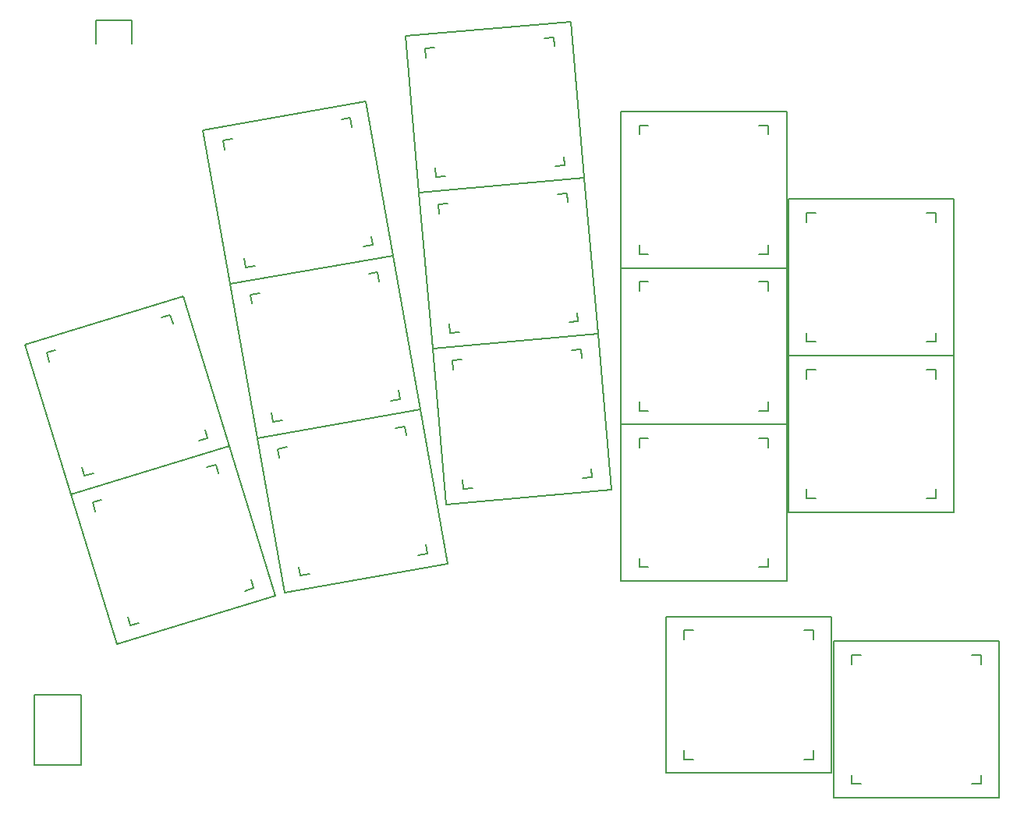
<source format=gbr>
%TF.GenerationSoftware,KiCad,Pcbnew,(6.0.4)*%
%TF.CreationDate,2022-07-21T23:48:58+02:00*%
%TF.ProjectId,wizza,77697a7a-612e-46b6-9963-61645f706362,v1.0.0*%
%TF.SameCoordinates,Original*%
%TF.FileFunction,OtherDrawing,Comment*%
%FSLAX46Y46*%
G04 Gerber Fmt 4.6, Leading zero omitted, Abs format (unit mm)*
G04 Created by KiCad (PCBNEW (6.0.4)) date 2022-07-21 23:48:58*
%MOMM*%
%LPD*%
G01*
G04 APERTURE LIST*
%ADD10C,0.150000*%
G04 APERTURE END LIST*
D10*
%TO.C,S11*%
X61047831Y111553098D02*
X78774369Y114678766D01*
X78511494Y98893302D02*
X79496302Y99066950D01*
X64262726Y110596832D02*
X63277918Y110423184D01*
X81726389Y97937035D02*
X63999851Y94811367D01*
X77065226Y112854258D02*
X77238875Y111869450D01*
X77065226Y112854258D02*
X76080419Y112680609D01*
X65708993Y96635875D02*
X66693801Y96809524D01*
X77065227Y112854259D02*
X77238875Y111869451D01*
X63451567Y109438375D02*
X63277919Y110423183D01*
X78774369Y114678766D02*
X81726389Y97937035D01*
X78774370Y114678766D02*
X81726389Y97937035D01*
X61047831Y111553099D02*
X78774370Y114678766D01*
X77065227Y112854259D02*
X76080419Y112680610D01*
X64262727Y110596830D02*
X63277919Y110423183D01*
X79322653Y100051758D02*
X79496302Y99066950D01*
X79322654Y100051757D02*
X79496302Y99066950D01*
X63999850Y94811368D02*
X61047831Y111553099D01*
X63451567Y109438376D02*
X63277918Y110423184D01*
X78511494Y98893302D02*
X79496302Y99066950D01*
X65708994Y96635875D02*
X66693801Y96809523D01*
X65708994Y96635875D02*
X65535345Y97620683D01*
X81726389Y97937035D02*
X63999850Y94811368D01*
X65708993Y96635875D02*
X65535345Y97620683D01*
X63999851Y94811367D02*
X61047831Y111553098D01*
%TO.C,S15*%
X87858371Y89530713D02*
X88854565Y89617869D01*
X87858370Y89530714D02*
X88854565Y89617870D01*
X100808901Y90663739D02*
X101805096Y90750894D01*
X102446570Y106366224D02*
X103928219Y89430914D01*
X86725346Y102481244D02*
X86638190Y103477439D01*
X102446571Y106366224D02*
X103928219Y89430914D01*
X87858371Y89530713D02*
X87771215Y90526909D01*
X84515067Y104797419D02*
X102446570Y106366224D01*
X87858370Y89530714D02*
X87771215Y90526909D01*
X100584916Y104697620D02*
X99588721Y104610464D01*
X85996715Y87862110D02*
X84515067Y104797420D01*
X87634385Y103564593D02*
X86638190Y103477439D01*
X101717940Y91747089D02*
X101805096Y90750894D01*
X100584915Y104697620D02*
X99588721Y104610463D01*
X85996716Y87862109D02*
X84515067Y104797419D01*
X100808901Y90663739D02*
X101805096Y90750894D01*
X103928219Y89430914D02*
X85996715Y87862110D01*
X84515067Y104797420D02*
X102446571Y106366224D01*
X86725346Y102481245D02*
X86638190Y103477440D01*
X103928219Y89430914D02*
X85996716Y87862109D01*
X100584915Y104697620D02*
X100672072Y103701424D01*
X101717940Y91747088D02*
X101805096Y90750894D01*
X87634385Y103564595D02*
X86638190Y103477440D01*
X100584916Y104697620D02*
X100672071Y103701425D01*
%TO.C,S21*%
X121424791Y81077254D02*
X122424791Y81077254D01*
X124424790Y96577254D02*
X124424791Y79577254D01*
X109424791Y95077254D02*
X108424791Y95077254D01*
X108424791Y94077253D02*
X108424791Y95077253D01*
X106424792Y79577253D02*
X106424791Y96577253D01*
X106424791Y96577254D02*
X124424791Y96577254D01*
X121424791Y81077254D02*
X122424791Y81077254D01*
X122424790Y95077254D02*
X121424791Y95077253D01*
X122424791Y82077254D02*
X122424791Y81077254D01*
X122424791Y95077254D02*
X121424791Y95077254D01*
X124424791Y79577254D02*
X106424792Y79577253D01*
X109424791Y95077252D02*
X108424791Y95077253D01*
X106424791Y79577254D02*
X106424791Y96577254D01*
X108424791Y94077254D02*
X108424791Y95077254D01*
X122424790Y95077254D02*
X122424791Y94077253D01*
X122424791Y95077254D02*
X122424791Y94077254D01*
X108424792Y81077253D02*
X109424791Y81077253D01*
X108424791Y81077254D02*
X108424791Y82077254D01*
X122424791Y82077253D02*
X122424791Y81077254D01*
X124424791Y96577254D02*
X124424791Y79577254D01*
X108424792Y81077253D02*
X108424791Y82077254D01*
X124424791Y79577254D02*
X106424791Y79577254D01*
X106424791Y96577253D02*
X124424790Y96577254D01*
X108424791Y81077254D02*
X109424791Y81077254D01*
%TO.C,T1*%
X53339406Y123458838D02*
X53339406Y120958838D01*
X49439406Y120958838D02*
X49439406Y123458838D01*
X49439406Y123458838D02*
X53339406Y123458838D01*
%TO.C,T2*%
X53339406Y123458838D02*
X53339406Y120958838D01*
X49439406Y123458838D02*
X53339406Y123458838D01*
X49439406Y120958838D02*
X49439406Y123458838D01*
%TO.C,S29*%
X142599495Y87044491D02*
X124599496Y87044490D01*
X140599495Y89544490D02*
X140599495Y88544491D01*
X124599495Y104044491D02*
X142599495Y104044491D01*
X140599495Y102544491D02*
X139599495Y102544491D01*
X139599495Y88544491D02*
X140599495Y88544491D01*
X127599495Y102544491D02*
X126599495Y102544491D01*
X126599495Y101544491D02*
X126599495Y102544491D01*
X142599495Y104044491D02*
X142599495Y87044491D01*
X140599495Y102544491D02*
X140599495Y101544491D01*
X124599495Y87044491D02*
X124599495Y104044491D01*
X126599495Y88544491D02*
X127599495Y88544491D01*
X142599495Y87044491D02*
X124599495Y87044491D01*
X126599496Y88544490D02*
X127599495Y88544490D01*
X127599495Y102544489D02*
X126599495Y102544490D01*
X140599495Y89544491D02*
X140599495Y88544491D01*
X140599494Y102544491D02*
X139599495Y102544490D01*
X142599494Y104044491D02*
X142599495Y87044491D01*
X126599496Y88544490D02*
X126599495Y89544491D01*
X124599496Y87044490D02*
X124599495Y104044490D01*
X126599495Y88544491D02*
X126599495Y89544491D01*
X139599495Y88544491D02*
X140599495Y88544491D01*
X126599495Y101544490D02*
X126599495Y102544490D01*
X140599494Y102544491D02*
X140599495Y101544490D01*
X124599495Y104044490D02*
X142599494Y104044491D01*
%TO.C,S33*%
X131511792Y53543253D02*
X131511792Y54543253D01*
X132511792Y54543254D02*
X131511792Y54543254D01*
X129511792Y39043254D02*
X129511792Y56043254D01*
X147511792Y39043254D02*
X129511792Y39043254D01*
X145511791Y54543254D02*
X144511792Y54543253D01*
X147511792Y39043254D02*
X129511793Y39043253D01*
X129511792Y56043254D02*
X147511792Y56043254D01*
X131511793Y40543253D02*
X132511792Y40543253D01*
X145511791Y54543254D02*
X145511792Y53543253D01*
X131511792Y53543254D02*
X131511792Y54543254D01*
X147511791Y56043254D02*
X147511792Y39043254D01*
X132511792Y54543252D02*
X131511792Y54543253D01*
X129511793Y39043253D02*
X129511792Y56043253D01*
X144511792Y40543254D02*
X145511792Y40543254D01*
X131511792Y40543254D02*
X132511792Y40543254D01*
X145511792Y54543254D02*
X145511792Y53543254D01*
X145511792Y41543254D02*
X145511792Y40543254D01*
X129511792Y56043253D02*
X147511791Y56043254D01*
X145511792Y54543254D02*
X144511792Y54543254D01*
X145511792Y41543253D02*
X145511792Y40543254D01*
X147511792Y56043254D02*
X147511792Y39043254D01*
X131511792Y40543254D02*
X131511792Y41543254D01*
X131511793Y40543253D02*
X131511792Y41543254D01*
X144511792Y40543254D02*
X145511792Y40543254D01*
%TO.C,S7*%
X66951869Y78069634D02*
X84678407Y81195302D01*
X84678408Y81195302D02*
X87630427Y64453571D01*
X82969264Y79370794D02*
X81984457Y79197145D01*
X84415532Y65409838D02*
X85400340Y65583486D01*
X71613031Y63152411D02*
X72597839Y63326060D01*
X87630427Y64453571D02*
X69903888Y61327904D01*
X85226691Y66568294D02*
X85400340Y65583486D01*
X71613032Y63152411D02*
X71439383Y64137219D01*
X70166765Y77113366D02*
X69181957Y76939719D01*
X71613032Y63152411D02*
X72597839Y63326059D01*
X84415532Y65409838D02*
X85400340Y65583486D01*
X82969264Y79370794D02*
X83142913Y78385986D01*
X70166764Y77113368D02*
X69181956Y76939720D01*
X87630427Y64453571D02*
X69903889Y61327903D01*
X82969265Y79370795D02*
X81984457Y79197146D01*
X69355605Y75954912D02*
X69181956Y76939720D01*
X66951869Y78069635D02*
X84678408Y81195302D01*
X85226692Y66568293D02*
X85400340Y65583486D01*
X84678407Y81195302D02*
X87630427Y64453571D01*
X69355605Y75954911D02*
X69181957Y76939719D01*
X82969265Y79370795D02*
X83142913Y78385987D01*
X69903889Y61327903D02*
X66951869Y78069634D01*
X69903888Y61327904D02*
X66951869Y78069635D01*
X71613031Y63152411D02*
X71439383Y64137219D01*
%TO.C,S5*%
X41750357Y88227207D02*
X58963841Y93489898D01*
X58963841Y93489898D02*
X63934161Y77232718D01*
X61290623Y79038736D02*
X61582994Y78082432D01*
X48194728Y73989228D02*
X47902356Y74945533D01*
X58963842Y93489899D02*
X63934161Y77232718D01*
X60626689Y77790060D02*
X61582994Y78082432D01*
X57489790Y91470698D02*
X57782162Y90514393D01*
X44393896Y86421189D02*
X44101524Y87377493D01*
X48194729Y73989227D02*
X49151033Y74281599D01*
X63934161Y77232718D02*
X46720676Y71970027D01*
X61290623Y79038735D02*
X61582994Y78082432D01*
X44393895Y86421190D02*
X44101524Y87377494D01*
X48194729Y73989227D02*
X47902356Y74945533D01*
X57489789Y91470698D02*
X56533486Y91178326D01*
X41750357Y88227208D02*
X58963842Y93489899D01*
X46720676Y71970027D02*
X41750357Y88227208D01*
X63934161Y77232718D02*
X46720677Y71970027D01*
X45057829Y87669866D02*
X44101524Y87377494D01*
X57489790Y91470698D02*
X56533486Y91178327D01*
X60626689Y77790060D02*
X61582994Y78082432D01*
X57489789Y91470698D02*
X57782162Y90514393D01*
X48194728Y73989228D02*
X49151032Y74281599D01*
X45057829Y87669864D02*
X44101524Y87377493D01*
X46720677Y71970027D02*
X41750357Y88227207D01*
%TO.C,S27*%
X127599495Y85544491D02*
X126599495Y85544491D01*
X126599496Y71544490D02*
X127599495Y71544490D01*
X140599494Y85544491D02*
X140599495Y84544490D01*
X124599495Y70044491D02*
X124599495Y87044491D01*
X142599494Y87044491D02*
X142599495Y70044491D01*
X126599495Y71544491D02*
X127599495Y71544491D01*
X140599495Y85544491D02*
X139599495Y85544491D01*
X139599495Y71544491D02*
X140599495Y71544491D01*
X142599495Y70044491D02*
X124599495Y70044491D01*
X142599495Y87044491D02*
X142599495Y70044491D01*
X140599495Y85544491D02*
X140599495Y84544491D01*
X126599495Y71544491D02*
X126599495Y72544491D01*
X139599495Y71544491D02*
X140599495Y71544491D01*
X126599495Y84544490D02*
X126599495Y85544490D01*
X127599495Y85544489D02*
X126599495Y85544490D01*
X124599496Y70044490D02*
X124599495Y87044490D01*
X126599496Y71544490D02*
X126599495Y72544491D01*
X140599495Y72544491D02*
X140599495Y71544491D01*
X124599495Y87044490D02*
X142599494Y87044491D01*
X140599495Y72544490D02*
X140599495Y71544491D01*
X142599495Y70044491D02*
X124599496Y70044490D01*
X126599495Y84544491D02*
X126599495Y85544491D01*
X124599495Y87044491D02*
X142599495Y87044491D01*
X140599494Y85544491D02*
X139599495Y85544490D01*
%TO.C,S9*%
X81726389Y97937034D02*
X84678408Y81195303D01*
X80017245Y96112526D02*
X79032438Y95938877D01*
X66951869Y78069636D02*
X63999850Y94811367D01*
X66403586Y92696643D02*
X66229938Y93681451D01*
X82274672Y83310026D02*
X82448321Y82325218D01*
X63999850Y94811366D02*
X81726388Y97937034D01*
X66403586Y92696644D02*
X66229937Y93681452D01*
X80017246Y96112527D02*
X80190894Y95127719D01*
X84678408Y81195303D02*
X66951869Y78069636D01*
X67214745Y93855100D02*
X66229937Y93681452D01*
X63999850Y94811367D02*
X81726389Y97937034D01*
X68661013Y79894143D02*
X68487364Y80878951D01*
X84678408Y81195303D02*
X66951870Y78069635D01*
X67214746Y93855098D02*
X66229938Y93681451D01*
X81726388Y97937034D02*
X84678408Y81195303D01*
X66951870Y78069635D02*
X63999850Y94811366D01*
X81463513Y82151570D02*
X82448321Y82325218D01*
X80017245Y96112526D02*
X80190894Y95127718D01*
X68661012Y79894143D02*
X68487364Y80878951D01*
X68661012Y79894143D02*
X69645820Y80067792D01*
X82274673Y83310025D02*
X82448321Y82325218D01*
X81463513Y82151570D02*
X82448321Y82325218D01*
X80017246Y96112527D02*
X79032438Y95938878D01*
X68661013Y79894143D02*
X69645820Y80067791D01*
%TO.C,S13*%
X102066564Y87762310D02*
X101070369Y87675154D01*
X89340018Y72595404D02*
X89252863Y73591599D01*
X85996715Y87862109D02*
X103928218Y89430914D01*
X89340018Y72595404D02*
X90336213Y72682560D01*
X85996715Y87862110D02*
X103928219Y89430914D01*
X103928218Y89430914D02*
X105409867Y72495604D01*
X89116033Y86629283D02*
X88119838Y86542129D01*
X89116033Y86629285D02*
X88119838Y86542130D01*
X105409867Y72495604D02*
X87478364Y70926799D01*
X103199588Y74811779D02*
X103286744Y73815584D01*
X87478364Y70926799D02*
X85996715Y87862109D01*
X89340019Y72595403D02*
X90336213Y72682559D01*
X87478363Y70926800D02*
X85996715Y87862110D01*
X103928219Y89430914D02*
X105409867Y72495604D01*
X102066563Y87762310D02*
X102153720Y86766114D01*
X89340019Y72595403D02*
X89252863Y73591599D01*
X102066563Y87762310D02*
X101070369Y87675153D01*
X88206994Y85545935D02*
X88119838Y86542130D01*
X103199588Y74811778D02*
X103286744Y73815584D01*
X88206994Y85545934D02*
X88119838Y86542129D01*
X102290549Y73728429D02*
X103286744Y73815584D01*
X105409867Y72495604D02*
X87478363Y70926800D01*
X102290549Y73728429D02*
X103286744Y73815584D01*
X102066564Y87762310D02*
X102153719Y86766115D01*
%TO.C,S17*%
X99103269Y121632930D02*
X98107074Y121545774D01*
X83033420Y121732730D02*
X100964924Y123301534D01*
X100236293Y108682398D02*
X100323449Y107686204D01*
X99327254Y107599049D02*
X100323449Y107686204D01*
X99103268Y121632930D02*
X98107074Y121545773D01*
X99327254Y107599049D02*
X100323449Y107686204D01*
X86152738Y120499905D02*
X85156543Y120412750D01*
X100236293Y108682399D02*
X100323449Y107686204D01*
X83033420Y121732729D02*
X100964923Y123301534D01*
X100964924Y123301534D02*
X102446572Y106366224D01*
X86376723Y106466024D02*
X87372918Y106553180D01*
X102446572Y106366224D02*
X84515068Y104797420D01*
X86152738Y120499903D02*
X85156543Y120412749D01*
X99103268Y121632930D02*
X99190425Y120636734D01*
X86376723Y106466024D02*
X86289568Y107462219D01*
X86376724Y106466023D02*
X87372918Y106553179D01*
X84515069Y104797419D02*
X83033420Y121732729D01*
X86376724Y106466023D02*
X86289568Y107462219D01*
X85243699Y119416554D02*
X85156543Y120412749D01*
X100964923Y123301534D02*
X102446572Y106366224D01*
X84515068Y104797420D02*
X83033420Y121732730D01*
X102446572Y106366224D02*
X84515069Y104797419D01*
X85243699Y119416555D02*
X85156543Y120412750D01*
X99103269Y121632930D02*
X99190424Y120636735D01*
%TO.C,S31*%
X127321151Y57226273D02*
X126321152Y57226272D01*
X126321152Y43226273D02*
X127321152Y43226273D01*
X113321152Y56226272D02*
X113321152Y57226272D01*
X114321152Y57226271D02*
X113321152Y57226272D01*
X111321153Y41726272D02*
X111321152Y58726272D01*
X127321151Y57226273D02*
X127321152Y56226272D01*
X129321151Y58726273D02*
X129321152Y41726273D01*
X113321152Y56226273D02*
X113321152Y57226273D01*
X113321153Y43226272D02*
X114321152Y43226272D01*
X111321152Y41726273D02*
X111321152Y58726273D01*
X127321152Y44226273D02*
X127321152Y43226273D01*
X129321152Y41726273D02*
X111321152Y41726273D01*
X114321152Y57226273D02*
X113321152Y57226273D01*
X127321152Y57226273D02*
X127321152Y56226273D01*
X111321152Y58726273D02*
X129321152Y58726273D01*
X111321152Y58726272D02*
X129321151Y58726273D01*
X113321152Y43226273D02*
X113321152Y44226273D01*
X129321152Y58726273D02*
X129321152Y41726273D01*
X129321152Y41726273D02*
X111321153Y41726272D01*
X127321152Y57226273D02*
X126321152Y57226273D01*
X126321152Y43226273D02*
X127321152Y43226273D01*
X113321152Y43226273D02*
X114321152Y43226273D01*
X127321152Y44226272D02*
X127321152Y43226273D01*
X113321153Y43226272D02*
X113321152Y44226273D01*
%TO.C,S3*%
X53165048Y57732046D02*
X54121352Y58024418D01*
X62460108Y75213517D02*
X61503805Y74921145D01*
X63934161Y77232718D02*
X68904480Y60975537D01*
X65597008Y61532879D02*
X66553313Y61825251D01*
X46720676Y71970027D02*
X63934161Y77232718D01*
X62460109Y75213517D02*
X61503805Y74921146D01*
X51690995Y55712846D02*
X46720676Y71970027D01*
X66260942Y62781554D02*
X66553313Y61825251D01*
X68904480Y60975537D02*
X51690995Y55712846D01*
X66260942Y62781555D02*
X66553313Y61825251D01*
X62460108Y75213517D02*
X62752481Y74257212D01*
X49364215Y70164008D02*
X49071843Y71120312D01*
X49364214Y70164009D02*
X49071843Y71120313D01*
X65597008Y61532879D02*
X66553313Y61825251D01*
X50028148Y71412685D02*
X49071843Y71120313D01*
X68904480Y60975537D02*
X51690996Y55712846D01*
X62460109Y75213517D02*
X62752481Y74257212D01*
X53165048Y57732046D02*
X52872675Y58688352D01*
X53165047Y57732047D02*
X54121351Y58024418D01*
X63934160Y77232717D02*
X68904480Y60975537D01*
X51690996Y55712846D02*
X46720676Y71970026D01*
X46720676Y71970026D02*
X63934160Y77232717D01*
X50028148Y71412683D02*
X49071843Y71120312D01*
X53165047Y57732047D02*
X52872675Y58688352D01*
%TO.C,S23*%
X121424791Y98077254D02*
X122424791Y98077254D01*
X122424791Y99077253D02*
X122424791Y98077254D01*
X106424791Y113577254D02*
X124424791Y113577254D01*
X122424791Y112077254D02*
X121424791Y112077254D01*
X124424791Y96577254D02*
X106424791Y96577254D01*
X124424790Y113577254D02*
X124424791Y96577254D01*
X106424791Y113577253D02*
X124424790Y113577254D01*
X108424791Y111077254D02*
X108424791Y112077254D01*
X106424791Y96577254D02*
X106424791Y113577254D01*
X124424791Y113577254D02*
X124424791Y96577254D01*
X122424791Y112077254D02*
X122424791Y111077254D01*
X122424791Y99077254D02*
X122424791Y98077254D01*
X108424791Y98077254D02*
X108424791Y99077254D01*
X108424791Y98077254D02*
X109424791Y98077254D01*
X106424792Y96577253D02*
X106424791Y113577253D01*
X109424791Y112077252D02*
X108424791Y112077253D01*
X109424791Y112077254D02*
X108424791Y112077254D01*
X108424792Y98077253D02*
X108424791Y99077254D01*
X121424791Y98077254D02*
X122424791Y98077254D01*
X122424790Y112077254D02*
X121424791Y112077253D01*
X122424790Y112077254D02*
X122424791Y111077253D01*
X108424792Y98077253D02*
X109424791Y98077253D01*
X108424791Y111077253D02*
X108424791Y112077253D01*
X124424791Y96577254D02*
X106424792Y96577253D01*
%TO.C,S19*%
X124424791Y62577254D02*
X106424792Y62577253D01*
X108424792Y64077253D02*
X108424791Y65077254D01*
X109424791Y78077254D02*
X108424791Y78077254D01*
X122424791Y78077254D02*
X121424791Y78077254D01*
X108424792Y64077253D02*
X109424791Y64077253D01*
X106424792Y62577253D02*
X106424791Y79577253D01*
X122424791Y65077254D02*
X122424791Y64077254D01*
X122424790Y78077254D02*
X122424791Y77077253D01*
X124424791Y62577254D02*
X106424791Y62577254D01*
X106424791Y62577254D02*
X106424791Y79577254D01*
X106424791Y79577253D02*
X124424790Y79577254D01*
X124424790Y79577254D02*
X124424791Y62577254D01*
X108424791Y64077254D02*
X108424791Y65077254D01*
X108424791Y64077254D02*
X109424791Y64077254D01*
X106424791Y79577254D02*
X124424791Y79577254D01*
X108424791Y77077253D02*
X108424791Y78077253D01*
X122424791Y65077253D02*
X122424791Y64077254D01*
X121424791Y64077254D02*
X122424791Y64077254D01*
X109424791Y78077252D02*
X108424791Y78077253D01*
X124424791Y79577254D02*
X124424791Y62577254D01*
X122424791Y78077254D02*
X122424791Y77077254D01*
X122424790Y78077254D02*
X121424791Y78077253D01*
X108424791Y77077254D02*
X108424791Y78077254D01*
X121424791Y64077254D02*
X122424791Y64077254D01*
%TO.C,MCU1*%
X47860791Y50191254D02*
X42780791Y50191254D01*
X47860791Y50229777D02*
X42780791Y50229777D01*
X47860791Y42609777D02*
X47860791Y50229777D01*
X42780791Y50191254D02*
X42780791Y42571254D01*
X42780791Y42571254D02*
X47860791Y42571254D01*
X47860791Y42571254D02*
X47860791Y50191254D01*
X42780791Y42609777D02*
X47860791Y42609777D01*
%TD*%
M02*

</source>
